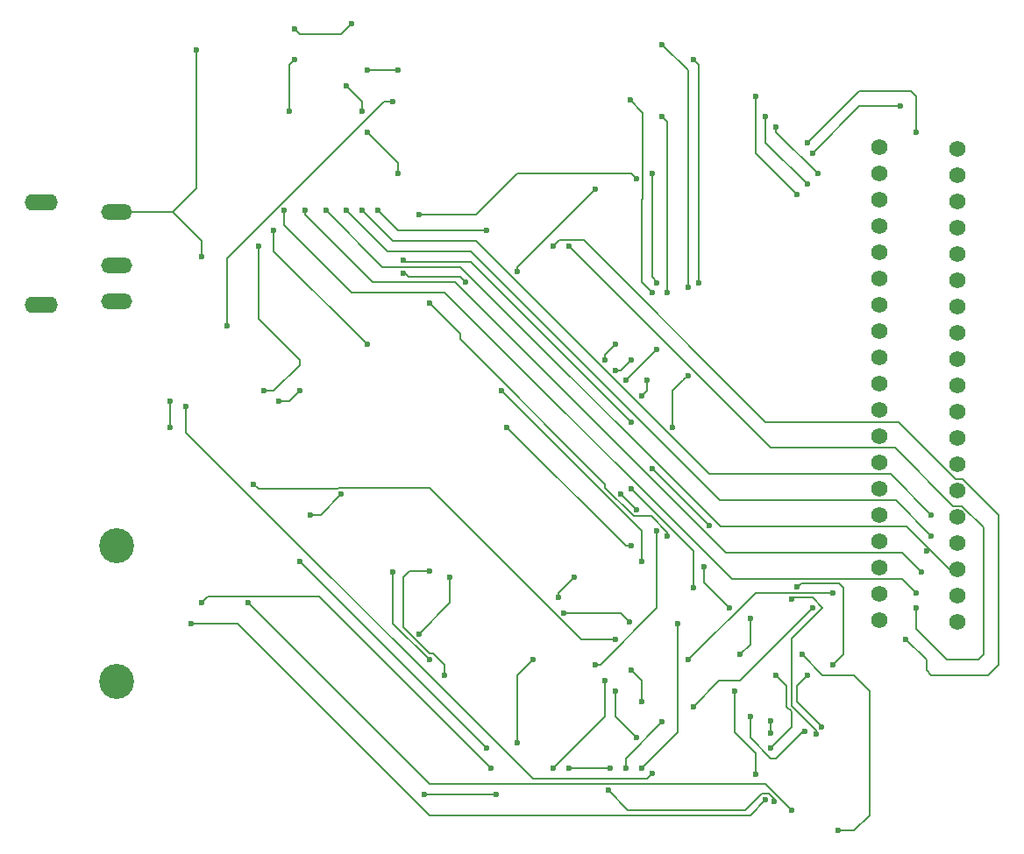
<source format=gbl>
%TF.GenerationSoftware,KiCad,Pcbnew,8.0.3*%
%TF.CreationDate,2024-09-13T09:02:13-04:00*%
%TF.ProjectId,G7 Senior Design V2,47372053-656e-4696-9f72-204465736967,rev?*%
%TF.SameCoordinates,Original*%
%TF.FileFunction,Copper,L2,Bot*%
%TF.FilePolarity,Positive*%
%FSLAX46Y46*%
G04 Gerber Fmt 4.6, Leading zero omitted, Abs format (unit mm)*
G04 Created by KiCad (PCBNEW 8.0.3) date 2024-09-13 09:02:13*
%MOMM*%
%LPD*%
G01*
G04 APERTURE LIST*
%TA.AperFunction,ComponentPad*%
%ADD10C,1.574800*%
%TD*%
%TA.AperFunction,ComponentPad*%
%ADD11O,3.000000X1.500000*%
%TD*%
%TA.AperFunction,ComponentPad*%
%ADD12O,3.200000X1.600000*%
%TD*%
%TA.AperFunction,ComponentPad*%
%ADD13C,3.376000*%
%TD*%
%TA.AperFunction,ViaPad*%
%ADD14C,0.600000*%
%TD*%
%TA.AperFunction,Conductor*%
%ADD15C,0.200000*%
%TD*%
G04 APERTURE END LIST*
D10*
%TO.P,J4,1,1*%
%TO.N,Net-(U1-CMD)*%
X184500000Y-117200000D03*
%TO.P,J4,2,2*%
%TO.N,Net-(U1-CLK)*%
X184500000Y-114660000D03*
%TO.P,J4,3,3*%
%TO.N,Net-(U2-GPIO7)*%
X184500000Y-112120000D03*
%TO.P,J4,4,4*%
%TO.N,Net-(U2-GPIO6{slash}EXTRXE{slash}SPIPHA)*%
X184500000Y-109580000D03*
%TO.P,J4,5,5*%
%TO.N,Net-(U2-GPIO5{slash}EXTTXE{slash}SPIPOL)*%
X184500000Y-107040000D03*
%TO.P,J4,6,6*%
%TO.N,Net-(U2-GPIO4{slash}EXTPA)*%
X184500000Y-104500000D03*
%TO.P,J4,7,7*%
%TO.N,unconnected-(J4-Pad7)*%
X184500000Y-101960000D03*
%TO.P,J4,8,8*%
%TO.N,unconnected-(J4-Pad8)*%
X184500000Y-99420000D03*
%TO.P,J4,9,9*%
%TO.N,unconnected-(J4-Pad9)*%
X184500000Y-96880000D03*
%TO.P,J4,10,10*%
%TO.N,unconnected-(J4-Pad10)*%
X184500000Y-94340000D03*
%TO.P,J4,11,11*%
%TO.N,unconnected-(J4-Pad11)*%
X184500000Y-91800000D03*
%TO.P,J4,12,12*%
%TO.N,unconnected-(J4-Pad12)*%
X184500000Y-89260000D03*
%TO.P,J4,13,13*%
%TO.N,unconnected-(J4-Pad13)*%
X184500000Y-86720000D03*
%TO.P,J4,14,14*%
%TO.N,unconnected-(J4-Pad14)*%
X184500000Y-84180000D03*
%TO.P,J4,15,15*%
%TO.N,unconnected-(J4-Pad15)*%
X184500000Y-81640000D03*
%TO.P,J4,16,16*%
%TO.N,unconnected-(J4-Pad16)*%
X184500000Y-79100000D03*
%TO.P,J4,17,17*%
%TO.N,unconnected-(J4-Pad17)*%
X184500000Y-76560000D03*
%TO.P,J4,18,18*%
%TO.N,unconnected-(J4-Pad18)*%
X184500000Y-74020000D03*
%TO.P,J4,19,19*%
%TO.N,unconnected-(J4-Pad19)*%
X184500000Y-71480000D03*
%TD*%
%TO.P,J3,1,1*%
%TO.N,Net-(U1-SENSOR_VP)*%
X192000000Y-117360000D03*
%TO.P,J3,2,2*%
%TO.N,Net-(U1-SENSOR_VN)*%
X192000000Y-114820000D03*
%TO.P,J3,3,3*%
%TO.N,Net-(U1-IO35)*%
X192000000Y-112280000D03*
%TO.P,J3,4,4*%
%TO.N,Net-(U1-IO25)*%
X192000000Y-109740000D03*
%TO.P,J3,5,5*%
%TO.N,Net-(U1-IO26)*%
X192000000Y-107200000D03*
%TO.P,J3,6,6*%
%TO.N,Net-(U1-IO14)*%
X192000000Y-104660000D03*
%TO.P,J3,7,7*%
%TO.N,/EN*%
X192000000Y-102120000D03*
%TO.P,J3,8,8*%
%TO.N,Net-(U1-IO13)*%
X192000000Y-99580000D03*
%TO.P,J3,9,9*%
%TO.N,Net-(U1-SD2)*%
X192000000Y-97040000D03*
%TO.P,J3,10,10*%
%TO.N,Net-(U1-SD3)*%
X192000000Y-94500000D03*
%TO.P,J3,11,11*%
%TO.N,Net-(U1-SD0)*%
X192000000Y-91960000D03*
%TO.P,J3,12,12*%
%TO.N,Net-(U1-SD1)*%
X192000000Y-89420000D03*
%TO.P,J3,13,13*%
%TO.N,Net-(U1-IO15)*%
X192000000Y-86880000D03*
%TO.P,J3,14,14*%
%TO.N,Net-(U1-IO22)*%
X192000000Y-84340000D03*
%TO.P,J3,15,15*%
%TO.N,Net-(U1-IO21)*%
X192000000Y-81800000D03*
%TO.P,J3,16,16*%
%TO.N,Net-(U1-IO5)*%
X192000000Y-79260000D03*
%TO.P,J3,17,17*%
%TO.N,Net-(U1-IO17)*%
X192000000Y-76720000D03*
%TO.P,J3,18,18*%
%TO.N,Net-(U1-IO16)*%
X192000000Y-74180000D03*
%TO.P,J3,19,19*%
%TO.N,Net-(U1-IO2)*%
X192000000Y-71640000D03*
%TD*%
D11*
%TO.P,J2,1*%
%TO.N,Net-(U3-VIN)*%
X110800000Y-86300000D03*
%TO.P,J2,2*%
%TO.N,GND*%
X110800000Y-77700000D03*
%TO.P,J2,3*%
X110800000Y-82900000D03*
D12*
%TO.P,J2,S1,SHIELD*%
%TO.N,unconnected-(J2-SHIELD-PadS1)*%
X103500000Y-86700000D03*
%TO.P,J2,S2,SHIELD__1*%
%TO.N,unconnected-(J2-SHIELD__1-PadS2)*%
X103500000Y-76800000D03*
%TD*%
D13*
%TO.P,J1,S1,SHIELD*%
%TO.N,unconnected-(J1-SHIELD-PadS1)*%
X110792500Y-109930000D03*
%TO.P,J1,S2,SHIELD__1*%
%TO.N,unconnected-(J1-SHIELD__1-PadS2)*%
X110792500Y-123070000D03*
%TD*%
D14*
%TO.N,GND*%
X174000000Y-129500000D03*
X174500000Y-122500000D03*
X118500000Y-62000000D03*
X119000000Y-82000000D03*
X160325735Y-117325735D03*
X154000000Y-116500000D03*
%TO.N,Net-(IC3-VDD)*%
X159000000Y-119000000D03*
X133500000Y-59500000D03*
X161500000Y-125000000D03*
X160500000Y-122000000D03*
X124500000Y-81000000D03*
X128000000Y-63000000D03*
X125000000Y-95000000D03*
X127500000Y-68000000D03*
X128000000Y-60000000D03*
X124000000Y-104000000D03*
%TO.N,/EN*%
X167500000Y-112000000D03*
X164000000Y-109000000D03*
X138000000Y-74000000D03*
X134500000Y-68000000D03*
X126500000Y-96000000D03*
X141000000Y-86500000D03*
X170000000Y-116000000D03*
X135000000Y-70000000D03*
X133000000Y-65500000D03*
X128500000Y-95000000D03*
%TO.N,/IO0*%
X138500000Y-82400000D03*
X171000000Y-120500000D03*
X138500000Y-83600000D03*
X160500000Y-104500000D03*
X172000000Y-117000000D03*
X170500000Y-124000000D03*
X161000000Y-74500000D03*
X166500000Y-114000000D03*
X172500000Y-132100000D03*
X144500000Y-84500000D03*
X140000000Y-78000000D03*
X160500000Y-98000000D03*
%TO.N,Net-(IC3-SUSPENDB)*%
X180500000Y-137500000D03*
X177000000Y-120500000D03*
%TO.N,Net-(IC3-RXD)*%
X168000000Y-108000000D03*
X178900000Y-127500000D03*
X167000000Y-84600000D03*
X180000000Y-121500000D03*
X166000000Y-93500000D03*
X166500000Y-63000000D03*
X177500000Y-122500000D03*
X176500000Y-113900000D03*
X164500000Y-98500000D03*
X162500000Y-102500000D03*
%TO.N,Net-(IC3-D+)*%
X118000000Y-117500000D03*
X173500000Y-134500000D03*
%TO.N,Net-(IC3-D-)*%
X154500000Y-131500000D03*
X158270674Y-133600000D03*
X147000000Y-131500000D03*
X174325735Y-134674265D03*
X158500000Y-131500000D03*
X119000000Y-115500000D03*
%TO.N,Net-(IC3-TXD)*%
X159500000Y-105000000D03*
X160000000Y-94000000D03*
X176000000Y-115100000D03*
X166000000Y-85000000D03*
X163500000Y-61500000D03*
X161000000Y-106500000D03*
X163000000Y-91000000D03*
X178400000Y-128124697D03*
%TO.N,Net-(IC3-DTR)*%
X174000000Y-126900000D03*
X174000000Y-128100000D03*
%TO.N,Net-(IC3-VBUS)*%
X176000000Y-135500000D03*
X123500000Y-115500000D03*
%TO.N,Net-(U3-VIN)*%
X116000000Y-96000000D03*
X116000000Y-98500000D03*
%TO.N,Net-(Q2-Pad1)*%
X177242547Y-127894017D03*
X172000000Y-126500000D03*
%TO.N,Net-(U1-IO27)*%
X160500000Y-110000000D03*
X148500000Y-98500000D03*
%TO.N,Net-(U2-RSTN)*%
X165000000Y-117500000D03*
X161500000Y-131500000D03*
%TO.N,Net-(U1-IO32)*%
X121500000Y-88673400D03*
X137500000Y-67000000D03*
%TO.N,Net-(U2-WAKEUP)*%
X162500000Y-132000000D03*
X117500000Y-96500000D03*
%TO.N,Net-(U2-EXTON)*%
X158000000Y-123000000D03*
X153000000Y-131500000D03*
%TO.N,Net-(U1-IO33)*%
X161500000Y-111500000D03*
X148000000Y-95000000D03*
%TO.N,Net-(U1-IO34)*%
X128500000Y-111500000D03*
X126000000Y-79500000D03*
X146500000Y-129500000D03*
X135000000Y-90500000D03*
X135000000Y-64000000D03*
X132500000Y-105000000D03*
X138000000Y-64000000D03*
X129500000Y-107000000D03*
%TO.N,Net-(U1-IO23)*%
X141000000Y-121000000D03*
X149500000Y-83500000D03*
X157000000Y-75500000D03*
X137500000Y-112500000D03*
%TO.N,Net-(U1-IO18)*%
X162000000Y-94000000D03*
X155000000Y-113000000D03*
X147500000Y-134000000D03*
X151010000Y-120990000D03*
X164000000Y-85500000D03*
X163500000Y-68500000D03*
X140500000Y-134000000D03*
X161500000Y-95500000D03*
X149500000Y-129000000D03*
X153500000Y-115000000D03*
%TO.N,Net-(U1-IO4)*%
X159000000Y-90500000D03*
X141000000Y-112400000D03*
X162500000Y-74000000D03*
X163000000Y-84600000D03*
X142500000Y-122500000D03*
X158000000Y-92000000D03*
%TO.N,Net-(U1-IO19)*%
X159000000Y-93000000D03*
X162500000Y-85500000D03*
X160390000Y-66890000D03*
X143000000Y-113000000D03*
X140000000Y-118500000D03*
X160500000Y-92000000D03*
%TO.N,Net-(U1-IO35)*%
X189000000Y-110500000D03*
X131000000Y-77500000D03*
%TO.N,Net-(U1-IO21)*%
X173500000Y-68500000D03*
X177500000Y-75000000D03*
%TO.N,Net-(U1-SENSOR_VP)*%
X127000000Y-77500000D03*
X188000000Y-114500000D03*
%TO.N,Net-(U1-IO22)*%
X172500000Y-66500000D03*
X176500000Y-76000000D03*
%TO.N,Net-(U1-IO17)*%
X177500000Y-71000000D03*
X188000000Y-70000000D03*
%TO.N,Net-(U1-IO25)*%
X133000000Y-77500000D03*
X189500000Y-109000000D03*
%TO.N,Net-(U1-IO5)*%
X174500000Y-69500000D03*
X178500000Y-74000000D03*
%TO.N,Net-(U1-IO26)*%
X189500000Y-107000000D03*
X134500000Y-77500000D03*
%TO.N,Net-(U1-IO16)*%
X186500000Y-67500000D03*
X178000000Y-72000000D03*
%TO.N,Net-(U1-SENSOR_VN)*%
X188500000Y-112500000D03*
X129000000Y-77500000D03*
%TO.N,Net-(U1-IO14)*%
X136000000Y-77500000D03*
X146500000Y-79500000D03*
%TO.N,Net-(U1-CMD)*%
X153000000Y-81000000D03*
X187000000Y-119000000D03*
%TO.N,Net-(U2-GPIO7)*%
X180000000Y-114500000D03*
X160000000Y-131500000D03*
X166000000Y-121000000D03*
X163500000Y-127000000D03*
%TO.N,Net-(U1-CLK)*%
X154500000Y-81000000D03*
X188000000Y-116000000D03*
%TO.N,Net-(U2-GPIO6{slash}EXTRXE{slash}SPIPHA)*%
X159000000Y-124000000D03*
X166500000Y-125500000D03*
X161000000Y-128500000D03*
X178000000Y-116000000D03*
%TO.N,Net-(U2-GPIO5{slash}EXTTXE{slash}SPIPOL)*%
X157000000Y-121500000D03*
X163000000Y-108500000D03*
%TD*%
D15*
%TO.N,GND*%
X116200000Y-77700000D02*
X119000000Y-80500000D01*
X119000000Y-80500000D02*
X119000000Y-82000000D01*
X174000000Y-129500000D02*
X176000000Y-127500000D01*
X175500000Y-123500000D02*
X174500000Y-122500000D01*
X160325735Y-117325735D02*
X159500000Y-116500000D01*
X159500000Y-116500000D02*
X154000000Y-116500000D01*
X118500000Y-75400000D02*
X118500000Y-62000000D01*
X176000000Y-126000000D02*
X175500000Y-125500000D01*
X175500000Y-125500000D02*
X175500000Y-123500000D01*
X116200000Y-77700000D02*
X118500000Y-75400000D01*
X176000000Y-127500000D02*
X176000000Y-126000000D01*
X110800000Y-77700000D02*
X116200000Y-77700000D01*
%TO.N,Net-(IC3-VDD)*%
X124500000Y-88000000D02*
X124500000Y-81000000D01*
X161500000Y-125000000D02*
X161500000Y-123000000D01*
X132151471Y-104500000D02*
X132251471Y-104400000D01*
X124000000Y-104000000D02*
X124500000Y-104500000D01*
X132500000Y-60500000D02*
X133500000Y-59500000D01*
X126000000Y-95000000D02*
X128500000Y-92500000D01*
X124500000Y-104500000D02*
X132151471Y-104500000D01*
X132251471Y-104400000D02*
X141051471Y-104400000D01*
X128000000Y-60000000D02*
X128500000Y-60500000D01*
X127500000Y-68000000D02*
X127500000Y-63500000D01*
X125000000Y-95000000D02*
X126000000Y-95000000D01*
X161500000Y-123000000D02*
X160500000Y-122000000D01*
X128500000Y-92500000D02*
X128500000Y-92000000D01*
X141051471Y-104400000D02*
X155651471Y-119000000D01*
X155651471Y-119000000D02*
X159000000Y-119000000D01*
X127500000Y-63500000D02*
X128000000Y-63000000D01*
X128500000Y-60500000D02*
X132500000Y-60500000D01*
X128500000Y-92000000D02*
X124500000Y-88000000D01*
%TO.N,/EN*%
X170000000Y-116000000D02*
X167500000Y-113500000D01*
X134500000Y-67000000D02*
X133000000Y-65500000D01*
X144000000Y-89500000D02*
X144000000Y-90000000D01*
X164000000Y-108651471D02*
X164000000Y-109000000D01*
X127500000Y-96000000D02*
X126500000Y-96000000D01*
X160751471Y-107100000D02*
X162448529Y-107100000D01*
X167500000Y-113500000D02*
X167500000Y-112000000D01*
X141000000Y-86500000D02*
X144000000Y-89500000D01*
X144000000Y-90000000D02*
X158000000Y-104000000D01*
X162448529Y-107100000D02*
X164000000Y-108651471D01*
X138000000Y-73000000D02*
X135000000Y-70000000D01*
X158000000Y-104000000D02*
X158000000Y-104348529D01*
X134500000Y-68000000D02*
X134500000Y-67000000D01*
X158000000Y-104348529D02*
X160751471Y-107100000D01*
X138000000Y-74000000D02*
X138000000Y-73000000D01*
X128500000Y-95000000D02*
X127500000Y-96000000D01*
%TO.N,/IO0*%
X166500000Y-110500000D02*
X160500000Y-104500000D01*
X140000000Y-78000000D02*
X145500000Y-78000000D01*
X172500000Y-130000000D02*
X170500000Y-128000000D01*
X172000000Y-119500000D02*
X172000000Y-117000000D01*
X138500000Y-82500000D02*
X138500000Y-82400000D01*
X149500000Y-74000000D02*
X160500000Y-74000000D01*
X160500000Y-74000000D02*
X161000000Y-74500000D01*
X144500000Y-84500000D02*
X144000000Y-84000000D01*
X166500000Y-114000000D02*
X166500000Y-110500000D01*
X171000000Y-120500000D02*
X172000000Y-119500000D01*
X145000000Y-82500000D02*
X138500000Y-82500000D01*
X172500000Y-132100000D02*
X172500000Y-130000000D01*
X160500000Y-98000000D02*
X145000000Y-82500000D01*
X139000000Y-84000000D02*
X138500000Y-83500000D01*
X145500000Y-78000000D02*
X149500000Y-74000000D01*
X138500000Y-83500000D02*
X138500000Y-83600000D01*
X170500000Y-128000000D02*
X170500000Y-124000000D01*
X144000000Y-84000000D02*
X139000000Y-84000000D01*
%TO.N,Net-(IC3-SUSPENDB)*%
X182000000Y-137500000D02*
X180500000Y-137500000D01*
X183500000Y-127500000D02*
X183500000Y-136000000D01*
X177000000Y-120500000D02*
X179000000Y-122500000D01*
X183500000Y-124000000D02*
X183500000Y-127500000D01*
X182000000Y-122500000D02*
X183500000Y-124000000D01*
X179000000Y-122500000D02*
X182000000Y-122500000D01*
X183500000Y-136000000D02*
X182000000Y-137500000D01*
%TO.N,Net-(IC3-RXD)*%
X176500000Y-125000000D02*
X176500000Y-123500000D01*
X178900000Y-127400000D02*
X176500000Y-125000000D01*
X176500000Y-114000000D02*
X176500000Y-113900000D01*
X180607400Y-113607400D02*
X176892600Y-113607400D01*
X164500000Y-98500000D02*
X164500000Y-95000000D01*
X181000000Y-120500000D02*
X181000000Y-114000000D01*
X176892600Y-113607400D02*
X176500000Y-114000000D01*
X168000000Y-108000000D02*
X162500000Y-102500000D01*
X167000000Y-84600000D02*
X167000000Y-63500000D01*
X165500000Y-94000000D02*
X166000000Y-93500000D01*
X176500000Y-123500000D02*
X177500000Y-122500000D01*
X180000000Y-121500000D02*
X181000000Y-120500000D01*
X167000000Y-63500000D02*
X166500000Y-63000000D01*
X181000000Y-114000000D02*
X180607400Y-113607400D01*
X178900000Y-127500000D02*
X178900000Y-127400000D01*
X164500000Y-95000000D02*
X165500000Y-94000000D01*
%TO.N,Net-(IC3-D+)*%
X122500000Y-117500000D02*
X118000000Y-117500000D01*
X141000000Y-136000000D02*
X122500000Y-117500000D01*
X172000000Y-136000000D02*
X141000000Y-136000000D01*
X173500000Y-134500000D02*
X172000000Y-136000000D01*
%TO.N,Net-(IC3-D-)*%
X173834314Y-133900000D02*
X174325735Y-134391421D01*
X158270674Y-133600000D02*
X160170674Y-135500000D01*
X174325735Y-134391421D02*
X174325735Y-134674265D01*
X160170674Y-135500000D02*
X170000000Y-135500000D01*
X170000000Y-135500000D02*
X171500000Y-135500000D01*
X119600000Y-114900000D02*
X130400000Y-114900000D01*
X171500000Y-135500000D02*
X172000000Y-135000000D01*
X172000000Y-135000000D02*
X173100000Y-133900000D01*
X154500000Y-131500000D02*
X158500000Y-131500000D01*
X130400000Y-114900000D02*
X147000000Y-131500000D01*
X173100000Y-133900000D02*
X173834314Y-133900000D01*
X119000000Y-115500000D02*
X119600000Y-114900000D01*
%TO.N,Net-(IC3-TXD)*%
X166000000Y-85000000D02*
X166000000Y-64000000D01*
X161000000Y-106500000D02*
X159500000Y-105000000D01*
X178400000Y-127834314D02*
X176032843Y-125467157D01*
X178400000Y-128124697D02*
X178400000Y-127834314D01*
X176032843Y-118967157D02*
X179000000Y-116000000D01*
X166000000Y-64000000D02*
X163500000Y-61500000D01*
X160000000Y-94000000D02*
X163000000Y-91000000D01*
X179000000Y-116000000D02*
X178000000Y-115000000D01*
X176032843Y-125467157D02*
X176032843Y-118967157D01*
X178000000Y-115000000D02*
X176000000Y-115000000D01*
X176000000Y-115000000D02*
X176000000Y-115100000D01*
%TO.N,Net-(IC3-DTR)*%
X174000000Y-126900000D02*
X174000000Y-128100000D01*
%TO.N,Net-(IC3-VBUS)*%
X141000000Y-133000000D02*
X173500000Y-133000000D01*
X173500000Y-133000000D02*
X176000000Y-135500000D01*
X123500000Y-115500000D02*
X141000000Y-133000000D01*
%TO.N,Net-(U3-VIN)*%
X116000000Y-96500000D02*
X116000000Y-96000000D01*
X116000000Y-98500000D02*
X116000000Y-96500000D01*
%TO.N,Net-(Q2-Pad1)*%
X172000000Y-126500000D02*
X172000000Y-128500000D01*
X174500000Y-130500000D02*
X177105983Y-127894017D01*
X172000000Y-128500000D02*
X174000000Y-130500000D01*
X177105983Y-127894017D02*
X177242547Y-127894017D01*
X174000000Y-130500000D02*
X174500000Y-130500000D01*
%TO.N,Net-(U1-IO27)*%
X148500000Y-98500000D02*
X160000000Y-110000000D01*
X160000000Y-110000000D02*
X160500000Y-110000000D01*
%TO.N,Net-(U2-RSTN)*%
X161500000Y-131500000D02*
X165000000Y-128000000D01*
X165000000Y-128000000D02*
X165000000Y-117500000D01*
%TO.N,Net-(U1-IO32)*%
X121500000Y-82151471D02*
X136651471Y-67000000D01*
X121500000Y-88673400D02*
X121500000Y-82151471D01*
X136651471Y-67000000D02*
X137500000Y-67000000D01*
%TO.N,Net-(U2-WAKEUP)*%
X162000000Y-132500000D02*
X162500000Y-132000000D01*
X117500000Y-96500000D02*
X117500000Y-99000000D01*
X117500000Y-99000000D02*
X151000000Y-132500000D01*
X151000000Y-132500000D02*
X162000000Y-132500000D01*
%TO.N,Net-(U2-EXTON)*%
X158000000Y-123000000D02*
X158000000Y-126500000D01*
X158000000Y-126500000D02*
X153000000Y-131500000D01*
%TO.N,Net-(U1-IO33)*%
X161500000Y-108500000D02*
X161500000Y-111500000D01*
X148000000Y-95000000D02*
X161500000Y-108500000D01*
%TO.N,Net-(U1-IO34)*%
X126000000Y-81500000D02*
X126000000Y-79500000D01*
X130500000Y-107000000D02*
X132500000Y-105000000D01*
X129500000Y-107000000D02*
X130500000Y-107000000D01*
X135000000Y-64000000D02*
X138000000Y-64000000D01*
X128500000Y-111500000D02*
X146500000Y-129500000D01*
X135000000Y-90500000D02*
X126000000Y-81500000D01*
%TO.N,Net-(U1-IO23)*%
X149500000Y-83000000D02*
X149500000Y-83500000D01*
X157000000Y-75500000D02*
X149500000Y-83000000D01*
X137500000Y-117500000D02*
X141000000Y-121000000D01*
X137500000Y-112500000D02*
X137500000Y-117500000D01*
%TO.N,Net-(U1-IO18)*%
X153500000Y-114500000D02*
X153500000Y-115000000D01*
X149500000Y-122500000D02*
X149500000Y-129000000D01*
X151010000Y-120990000D02*
X149500000Y-122500000D01*
X162000000Y-95000000D02*
X161500000Y-95500000D01*
X155000000Y-113000000D02*
X153500000Y-114500000D01*
X164000000Y-69000000D02*
X164000000Y-85500000D01*
X163500000Y-68500000D02*
X164000000Y-69000000D01*
X162000000Y-94000000D02*
X162000000Y-95000000D01*
X147500000Y-134000000D02*
X140500000Y-134000000D01*
%TO.N,Net-(U1-IO4)*%
X162500000Y-84000000D02*
X163000000Y-84500000D01*
X158000000Y-91500000D02*
X158000000Y-92000000D01*
X162500000Y-74000000D02*
X162500000Y-84000000D01*
X141000000Y-112400000D02*
X139100000Y-112400000D01*
X141051471Y-120400000D02*
X141400000Y-120400000D01*
X163000000Y-84500000D02*
X163000000Y-84600000D01*
X141400000Y-120400000D02*
X142500000Y-121500000D01*
X138500000Y-113000000D02*
X138500000Y-117848529D01*
X142500000Y-121500000D02*
X142500000Y-122500000D01*
X139100000Y-112400000D02*
X138500000Y-113000000D01*
X159000000Y-90500000D02*
X158000000Y-91500000D01*
X138500000Y-117848529D02*
X141051471Y-120400000D01*
%TO.N,Net-(U1-IO19)*%
X143000000Y-115500000D02*
X140000000Y-118500000D01*
X160500000Y-92000000D02*
X159500000Y-93000000D01*
X161600000Y-76400000D02*
X161500000Y-76500000D01*
X160390000Y-66890000D02*
X161600000Y-68100000D01*
X161500000Y-84500000D02*
X162500000Y-85500000D01*
X161500000Y-76500000D02*
X161500000Y-84500000D01*
X161600000Y-68100000D02*
X161600000Y-76400000D01*
X159500000Y-93000000D02*
X159000000Y-93000000D01*
X143000000Y-113000000D02*
X143000000Y-115500000D01*
%TO.N,Net-(U1-IO35)*%
X169127400Y-108127400D02*
X144000000Y-83000000D01*
X191277816Y-112280000D02*
X187125216Y-108127400D01*
X192000000Y-112280000D02*
X191277816Y-112280000D01*
X187125216Y-108127400D02*
X169127400Y-108127400D01*
X136500000Y-83000000D02*
X131000000Y-77500000D01*
X144000000Y-83000000D02*
X136500000Y-83000000D01*
%TO.N,Net-(U1-IO21)*%
X173500000Y-71000000D02*
X173500000Y-68500000D01*
X177500000Y-75000000D02*
X173500000Y-71000000D01*
%TO.N,Net-(U1-SENSOR_VP)*%
X170207400Y-113207400D02*
X142500000Y-85500000D01*
X188000000Y-114500000D02*
X186707400Y-113207400D01*
X133500000Y-85500000D02*
X127000000Y-79000000D01*
X127000000Y-79000000D02*
X127000000Y-77500000D01*
X142500000Y-85500000D02*
X133500000Y-85500000D01*
X186707400Y-113207400D02*
X170207400Y-113207400D01*
%TO.N,Net-(U1-IO22)*%
X176500000Y-76000000D02*
X172500000Y-72000000D01*
X172500000Y-72000000D02*
X172500000Y-66500000D01*
%TO.N,Net-(U1-IO17)*%
X188000000Y-66500000D02*
X187500000Y-66000000D01*
X187500000Y-66000000D02*
X182500000Y-66000000D01*
X188000000Y-70000000D02*
X188000000Y-66500000D01*
X182500000Y-66000000D02*
X177500000Y-71000000D01*
%TO.N,Net-(U1-IO25)*%
X189500000Y-109000000D02*
X186087400Y-105587400D01*
X186087400Y-105587400D02*
X169087400Y-105587400D01*
X137000000Y-81500000D02*
X133000000Y-77500000D01*
X169087400Y-105587400D02*
X145000000Y-81500000D01*
X145000000Y-81500000D02*
X137000000Y-81500000D01*
%TO.N,Net-(U1-IO5)*%
X178500000Y-74000000D02*
X174500000Y-70000000D01*
X174500000Y-70000000D02*
X174500000Y-69500000D01*
%TO.N,Net-(U1-IO26)*%
X168047400Y-103047400D02*
X145500000Y-80500000D01*
X137500000Y-80500000D02*
X134500000Y-77500000D01*
X185547400Y-103047400D02*
X168047400Y-103047400D01*
X145500000Y-80500000D02*
X137500000Y-80500000D01*
X189500000Y-107000000D02*
X185547400Y-103047400D01*
%TO.N,Net-(U1-IO16)*%
X186500000Y-67500000D02*
X182500000Y-67500000D01*
X182500000Y-67500000D02*
X178000000Y-72000000D01*
%TO.N,Net-(U1-SENSOR_VN)*%
X129000000Y-78000000D02*
X129000000Y-77500000D01*
X188500000Y-112500000D02*
X186667400Y-110667400D01*
X186667400Y-110667400D02*
X169667400Y-110667400D01*
X143500000Y-84500000D02*
X135500000Y-84500000D01*
X135500000Y-84500000D02*
X129000000Y-78000000D01*
X169667400Y-110667400D02*
X143500000Y-84500000D01*
%TO.N,Net-(U1-IO14)*%
X146500000Y-79500000D02*
X138000000Y-79500000D01*
X138000000Y-79500000D02*
X136000000Y-77500000D01*
%TO.N,Net-(U1-CMD)*%
X195000000Y-122500000D02*
X189500000Y-122500000D01*
X186342184Y-98000000D02*
X191842184Y-103500000D01*
X173500000Y-98000000D02*
X186342184Y-98000000D01*
X196000000Y-121500000D02*
X195000000Y-122500000D01*
X153600000Y-80400000D02*
X155900000Y-80400000D01*
X196000000Y-107000000D02*
X196000000Y-121500000D01*
X153000000Y-81000000D02*
X153600000Y-80400000D01*
X192500000Y-103500000D02*
X196000000Y-107000000D01*
X189500000Y-122500000D02*
X189000000Y-122000000D01*
X189000000Y-122000000D02*
X189000000Y-121000000D01*
X191842184Y-103500000D02*
X192500000Y-103500000D01*
X155900000Y-80400000D02*
X173500000Y-98000000D01*
X189000000Y-121000000D02*
X187000000Y-119000000D01*
%TO.N,Net-(U2-GPIO7)*%
X166000000Y-121000000D02*
X172500000Y-114500000D01*
X172500000Y-114500000D02*
X180000000Y-114500000D01*
X160000000Y-131500000D02*
X160000000Y-130500000D01*
X160000000Y-130500000D02*
X163500000Y-127000000D01*
%TO.N,Net-(U1-CLK)*%
X184957816Y-100500000D02*
X186000000Y-100500000D01*
X194500000Y-108162184D02*
X194500000Y-120500000D01*
X191000000Y-121000000D02*
X188000000Y-118000000D01*
X174000000Y-100500000D02*
X184042184Y-100500000D01*
X194500000Y-120500000D02*
X194000000Y-121000000D01*
X192450416Y-106112600D02*
X194500000Y-108162184D01*
X191612600Y-106112600D02*
X192450416Y-106112600D01*
X154500000Y-81000000D02*
X174000000Y-100500000D01*
X188000000Y-118000000D02*
X188000000Y-116000000D01*
X194000000Y-121000000D02*
X191000000Y-121000000D01*
X184049584Y-100507400D02*
X184950416Y-100507400D01*
X186000000Y-100500000D02*
X191612600Y-106112600D01*
X184042184Y-100500000D02*
X184049584Y-100507400D01*
X184950416Y-100507400D02*
X184957816Y-100500000D01*
%TO.N,Net-(U2-GPIO6{slash}EXTRXE{slash}SPIPHA)*%
X161000000Y-128500000D02*
X159000000Y-126500000D01*
X178000000Y-116000000D02*
X171000000Y-123000000D01*
X171000000Y-123000000D02*
X169000000Y-123000000D01*
X159000000Y-126500000D02*
X159000000Y-124000000D01*
X169000000Y-123000000D02*
X166500000Y-125500000D01*
%TO.N,Net-(U2-GPIO5{slash}EXTTXE{slash}SPIPOL)*%
X163000000Y-116000000D02*
X163000000Y-108500000D01*
X157000000Y-121500000D02*
X157500000Y-121500000D01*
X157500000Y-121500000D02*
X163000000Y-116000000D01*
%TD*%
M02*

</source>
